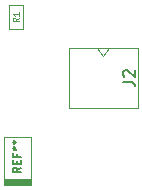
<source format=gbr>
%TF.GenerationSoftware,KiCad,Pcbnew,7.0.7*%
%TF.CreationDate,2023-08-29T08:23:16+05:30*%
%TF.ProjectId,LED Project,4c454420-5072-46f6-9a65-63742e6b6963,rev?*%
%TF.SameCoordinates,Original*%
%TF.FileFunction,AssemblyDrawing,Top*%
%FSLAX46Y46*%
G04 Gerber Fmt 4.6, Leading zero omitted, Abs format (unit mm)*
G04 Created by KiCad (PCBNEW 7.0.7) date 2023-08-29 08:23:16*
%MOMM*%
%LPD*%
G01*
G04 APERTURE LIST*
%ADD10C,0.150000*%
%ADD11C,0.080000*%
%ADD12C,0.100000*%
%ADD13C,0.120000*%
G04 APERTURE END LIST*
D10*
X148062319Y-104603333D02*
X148776604Y-104603333D01*
X148776604Y-104603333D02*
X148919461Y-104650952D01*
X148919461Y-104650952D02*
X149014700Y-104746190D01*
X149014700Y-104746190D02*
X149062319Y-104889047D01*
X149062319Y-104889047D02*
X149062319Y-104984285D01*
X148157557Y-104174761D02*
X148109938Y-104127142D01*
X148109938Y-104127142D02*
X148062319Y-104031904D01*
X148062319Y-104031904D02*
X148062319Y-103793809D01*
X148062319Y-103793809D02*
X148109938Y-103698571D01*
X148109938Y-103698571D02*
X148157557Y-103650952D01*
X148157557Y-103650952D02*
X148252795Y-103603333D01*
X148252795Y-103603333D02*
X148348033Y-103603333D01*
X148348033Y-103603333D02*
X148490890Y-103650952D01*
X148490890Y-103650952D02*
X149062319Y-104222380D01*
X149062319Y-104222380D02*
X149062319Y-103603333D01*
D11*
X139227149Y-99183333D02*
X138989054Y-99349999D01*
X139227149Y-99469047D02*
X138727149Y-99469047D01*
X138727149Y-99469047D02*
X138727149Y-99278571D01*
X138727149Y-99278571D02*
X138750959Y-99230952D01*
X138750959Y-99230952D02*
X138774768Y-99207142D01*
X138774768Y-99207142D02*
X138822387Y-99183333D01*
X138822387Y-99183333D02*
X138893816Y-99183333D01*
X138893816Y-99183333D02*
X138941435Y-99207142D01*
X138941435Y-99207142D02*
X138965244Y-99230952D01*
X138965244Y-99230952D02*
X138989054Y-99278571D01*
X138989054Y-99278571D02*
X138989054Y-99469047D01*
X139227149Y-98707142D02*
X139227149Y-98992856D01*
X139227149Y-98849999D02*
X138727149Y-98849999D01*
X138727149Y-98849999D02*
X138798578Y-98897618D01*
X138798578Y-98897618D02*
X138846197Y-98945237D01*
X138846197Y-98945237D02*
X138870006Y-98992856D01*
D10*
X139414533Y-111858649D02*
X139081200Y-112091982D01*
X139414533Y-112258649D02*
X138714533Y-112258649D01*
X138714533Y-112258649D02*
X138714533Y-111991982D01*
X138714533Y-111991982D02*
X138747866Y-111925316D01*
X138747866Y-111925316D02*
X138781200Y-111891982D01*
X138781200Y-111891982D02*
X138847866Y-111858649D01*
X138847866Y-111858649D02*
X138947866Y-111858649D01*
X138947866Y-111858649D02*
X139014533Y-111891982D01*
X139014533Y-111891982D02*
X139047866Y-111925316D01*
X139047866Y-111925316D02*
X139081200Y-111991982D01*
X139081200Y-111991982D02*
X139081200Y-112258649D01*
X139047866Y-111558649D02*
X139047866Y-111325316D01*
X139414533Y-111225316D02*
X139414533Y-111558649D01*
X139414533Y-111558649D02*
X138714533Y-111558649D01*
X138714533Y-111558649D02*
X138714533Y-111225316D01*
X139047866Y-110691983D02*
X139047866Y-110925316D01*
X139414533Y-110925316D02*
X138714533Y-110925316D01*
X138714533Y-110925316D02*
X138714533Y-110591983D01*
X138714533Y-110225316D02*
X138881200Y-110225316D01*
X138814533Y-110391983D02*
X138881200Y-110225316D01*
X138881200Y-110225316D02*
X138814533Y-110058649D01*
X139014533Y-110325316D02*
X138881200Y-110225316D01*
X138881200Y-110225316D02*
X139014533Y-110125316D01*
X138714533Y-109691983D02*
X138881200Y-109691983D01*
X138814533Y-109858650D02*
X138881200Y-109691983D01*
X138881200Y-109691983D02*
X138814533Y-109525316D01*
X139014533Y-109791983D02*
X138881200Y-109691983D01*
X138881200Y-109691983D02*
X139014533Y-109591983D01*
D12*
%TO.C,J2*%
X149307500Y-101730000D02*
X143507500Y-101730000D01*
X146887500Y-101730000D02*
X146387500Y-102437107D01*
X143507500Y-101730000D02*
X143507500Y-106810000D01*
X146387500Y-102437107D02*
X145887500Y-101730000D01*
X149307500Y-106810000D02*
X149307500Y-101730000D01*
X143507500Y-106810000D02*
X149307500Y-106810000D01*
%TO.C,R1*%
X139625000Y-98100000D02*
X139625000Y-100100000D01*
X138375000Y-98100000D02*
X139625000Y-98100000D01*
X139625000Y-100100000D02*
X138375000Y-100100000D01*
X138375000Y-100100000D02*
X138375000Y-98100000D01*
D13*
%TO.C,D1*%
X137984000Y-112778000D02*
X137984000Y-109278000D01*
D12*
X137984000Y-109250000D02*
X140270000Y-109250000D01*
X140270000Y-109250000D02*
X140270000Y-113314000D01*
X140270000Y-113286000D02*
X137984000Y-113286000D01*
X137984000Y-112778000D01*
X140270000Y-112778000D01*
X140270000Y-113286000D01*
G36*
X140270000Y-113286000D02*
G01*
X137984000Y-113286000D01*
X137984000Y-112778000D01*
X140270000Y-112778000D01*
X140270000Y-113286000D01*
G37*
%TD*%
M02*

</source>
